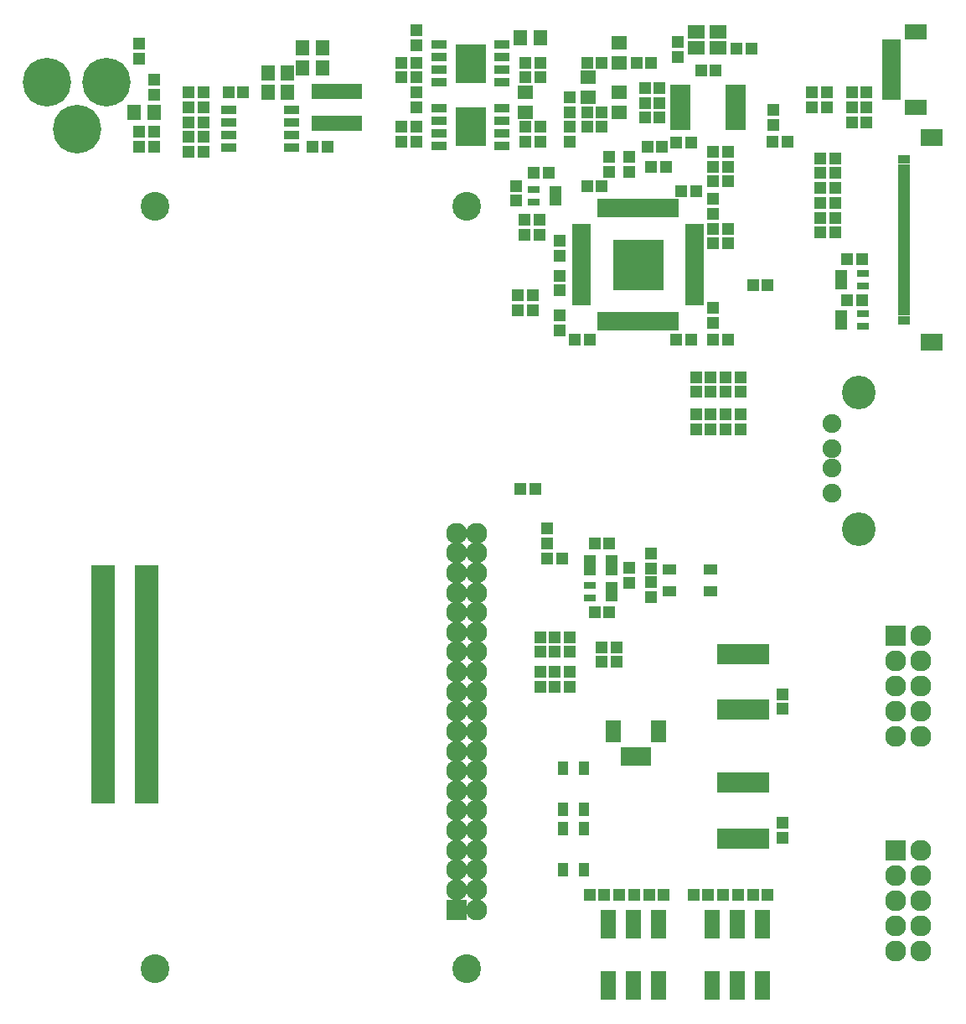
<source format=gbr>
G04 #@! TF.FileFunction,Soldermask,Top*
%FSLAX46Y46*%
G04 Gerber Fmt 4.6, Leading zero omitted, Abs format (unit mm)*
G04 Created by KiCad (PCBNEW 4.0.7) date 05/19/19 12:52:10*
%MOMM*%
%LPD*%
G01*
G04 APERTURE LIST*
%ADD10C,0.100000*%
%ADD11R,2.127200X2.127200*%
%ADD12O,2.127200X2.127200*%
%ADD13R,2.400000X0.900000*%
%ADD14C,2.900000*%
%ADD15R,1.450000X1.050000*%
%ADD16C,1.900000*%
%ADD17C,3.400000*%
%ADD18R,1.400000X1.650000*%
%ADD19R,1.200000X1.150000*%
%ADD20R,1.150000X1.200000*%
%ADD21R,1.650000X1.400000*%
%ADD22C,4.900000*%
%ADD23R,1.050000X1.450000*%
%ADD24R,1.300000X0.650000*%
%ADD25R,1.300000X0.950000*%
%ADD26R,2.300000X1.800000*%
%ADD27R,1.530000X2.840000*%
%ADD28R,1.543000X0.908000*%
%ADD29R,3.013000X3.902000*%
%ADD30R,1.900000X0.700000*%
%ADD31R,0.700000X1.900000*%
%ADD32R,5.200000X5.200000*%
%ADD33R,5.100000X1.650000*%
%ADD34R,1.300000X0.800000*%
%ADD35R,2.000000X0.750000*%
%ADD36R,0.750000X2.000000*%
%ADD37R,1.800000X1.400000*%
%ADD38R,1.950000X1.000000*%
%ADD39R,2.200000X1.600000*%
%ADD40R,1.000000X1.950000*%
%ADD41R,1.600000X2.200000*%
G04 APERTURE END LIST*
D10*
D11*
X99100000Y-140000000D03*
D12*
X101100000Y-140000000D03*
X99100000Y-138000000D03*
X101100000Y-138000000D03*
X99100000Y-136000000D03*
X101100000Y-136000000D03*
X99100000Y-134000000D03*
X101100000Y-134000000D03*
X99100000Y-132000000D03*
X101100000Y-132000000D03*
X99100000Y-130000000D03*
X101100000Y-130000000D03*
X99100000Y-128000000D03*
X101100000Y-128000000D03*
X99100000Y-126000000D03*
X101100000Y-126000000D03*
X99100000Y-124000000D03*
X101100000Y-124000000D03*
X99100000Y-122000000D03*
X101100000Y-122000000D03*
X99100000Y-120000000D03*
X101100000Y-120000000D03*
X99100000Y-118000000D03*
X101100000Y-118000000D03*
X99100000Y-116000000D03*
X101100000Y-116000000D03*
X99100000Y-114000000D03*
X101100000Y-114000000D03*
X99100000Y-112000000D03*
X101100000Y-112000000D03*
X99100000Y-110000000D03*
X101100000Y-110000000D03*
X99100000Y-108000000D03*
X101100000Y-108000000D03*
X99100000Y-106000000D03*
X101100000Y-106000000D03*
X99100000Y-104000000D03*
X101100000Y-104000000D03*
X99100000Y-102000000D03*
X101100000Y-102000000D03*
D13*
X63350000Y-128850000D03*
X67750000Y-128850000D03*
X63350000Y-128050000D03*
X67750000Y-128050000D03*
X63350000Y-127250000D03*
X67750000Y-127250000D03*
X63350000Y-126450000D03*
X67750000Y-126450000D03*
X63350000Y-125650000D03*
X67750000Y-125650000D03*
X63350000Y-124850000D03*
X67750000Y-124850000D03*
X63350000Y-124050000D03*
X67750000Y-124050000D03*
X63350000Y-123250000D03*
X67750000Y-123250000D03*
X63350000Y-122450000D03*
X67750000Y-122450000D03*
X63350000Y-121650000D03*
X67750000Y-121650000D03*
X63350000Y-120850000D03*
X67750000Y-120850000D03*
X63350000Y-120050000D03*
X67750000Y-120050000D03*
X63350000Y-119250000D03*
X67750000Y-119250000D03*
X63350000Y-118450000D03*
X67750000Y-118450000D03*
X63350000Y-117650000D03*
X67750000Y-117650000D03*
X63350000Y-116850000D03*
X67750000Y-116850000D03*
X63350000Y-116050000D03*
X67750000Y-116050000D03*
X63350000Y-115250000D03*
X67750000Y-115250000D03*
X63350000Y-114450000D03*
X67750000Y-114450000D03*
X63350000Y-113650000D03*
X67750000Y-113650000D03*
X63350000Y-112850000D03*
X67750000Y-112850000D03*
X63350000Y-112050000D03*
X67750000Y-112050000D03*
X63350000Y-111250000D03*
X67750000Y-111250000D03*
X63350000Y-110450000D03*
X67750000Y-110450000D03*
X63350000Y-109650000D03*
X67750000Y-109650000D03*
X63350000Y-108850000D03*
X67750000Y-108850000D03*
X63350000Y-108050000D03*
X67750000Y-108050000D03*
X63350000Y-107250000D03*
X67750000Y-107250000D03*
X63350000Y-106450000D03*
X67750000Y-106450000D03*
X63350000Y-105650000D03*
X67750000Y-105650000D03*
D14*
X100100000Y-146000000D03*
X68600000Y-146000000D03*
X68600000Y-69000000D03*
X100100000Y-69000000D03*
D15*
X124750000Y-107850000D03*
X120600000Y-107850000D03*
X124750000Y-105700000D03*
X120600000Y-105700000D03*
D16*
X137000000Y-90890000D03*
X137000000Y-93430000D03*
X137000000Y-95460000D03*
X137000000Y-98000000D03*
D17*
X139670000Y-87840000D03*
X139670000Y-101560000D03*
D18*
X80000000Y-57500000D03*
X82000000Y-57500000D03*
X80000000Y-55500000D03*
X82000000Y-55500000D03*
D19*
X73500000Y-63500000D03*
X72000000Y-63500000D03*
X73500000Y-60500000D03*
X72000000Y-60500000D03*
D20*
X95000000Y-52750000D03*
X95000000Y-51250000D03*
X95000000Y-59000000D03*
X95000000Y-57500000D03*
X118700000Y-106950000D03*
X118700000Y-108450000D03*
D19*
X86000000Y-63000000D03*
X84500000Y-63000000D03*
D20*
X116500000Y-105500000D03*
X116500000Y-107000000D03*
D18*
X85500000Y-55000000D03*
X83500000Y-55000000D03*
X85500000Y-53000000D03*
X83500000Y-53000000D03*
X105500000Y-52000000D03*
X107500000Y-52000000D03*
D21*
X106000000Y-59500000D03*
X106000000Y-57500000D03*
D19*
X114500000Y-103000000D03*
X113000000Y-103000000D03*
D21*
X115500000Y-54500000D03*
X115500000Y-52500000D03*
D19*
X118750000Y-65000000D03*
X120250000Y-65000000D03*
X126500000Y-63500000D03*
X125000000Y-63500000D03*
X113750000Y-67000000D03*
X112250000Y-67000000D03*
X126500000Y-65000000D03*
X125000000Y-65000000D03*
X126500000Y-66500000D03*
X125000000Y-66500000D03*
D20*
X110500000Y-61000000D03*
X110500000Y-62500000D03*
X110500000Y-59500000D03*
X110500000Y-58000000D03*
X109500000Y-81500000D03*
X109500000Y-80000000D03*
D21*
X115500000Y-59500000D03*
X115500000Y-57500000D03*
D20*
X125000000Y-79250000D03*
X125000000Y-80750000D03*
X125000000Y-69750000D03*
X125000000Y-68250000D03*
D19*
X121750000Y-67500000D03*
X123250000Y-67500000D03*
D20*
X109500000Y-72500000D03*
X109500000Y-74000000D03*
X116500000Y-65500000D03*
X116500000Y-64000000D03*
X109500000Y-77500000D03*
X109500000Y-76000000D03*
D19*
X137350000Y-65650000D03*
X135850000Y-65650000D03*
X112500000Y-82500000D03*
X111000000Y-82500000D03*
X137350000Y-64150000D03*
X135850000Y-64150000D03*
X137350000Y-68650000D03*
X135850000Y-68650000D03*
X121250000Y-82500000D03*
X122750000Y-82500000D03*
X137350000Y-67150000D03*
X135850000Y-67150000D03*
X137350000Y-70150000D03*
X135850000Y-70150000D03*
X137350000Y-71650000D03*
X135850000Y-71650000D03*
D20*
X121400000Y-53950000D03*
X121400000Y-52450000D03*
X105100000Y-68450000D03*
X105100000Y-66950000D03*
D19*
X127350000Y-53050000D03*
X128850000Y-53050000D03*
X140050000Y-78450000D03*
X138550000Y-78450000D03*
X140050000Y-74350000D03*
X138550000Y-74350000D03*
D20*
X119600000Y-58550000D03*
X119600000Y-60050000D03*
D19*
X121250000Y-62600000D03*
X122750000Y-62600000D03*
X119850000Y-63000000D03*
X118350000Y-63000000D03*
D21*
X112400000Y-56000000D03*
X112400000Y-58000000D03*
D19*
X131000000Y-62500000D03*
X132500000Y-62500000D03*
D20*
X132000000Y-132750000D03*
X132000000Y-131250000D03*
X132000000Y-119750000D03*
X132000000Y-118250000D03*
D22*
X63700140Y-56500000D03*
X57700660Y-56500000D03*
X60700400Y-61199000D03*
D19*
X113750000Y-113500000D03*
X115250000Y-113500000D03*
D11*
X143460000Y-134000000D03*
D12*
X146000000Y-134000000D03*
X143460000Y-136540000D03*
X146000000Y-136540000D03*
X143460000Y-139080000D03*
X146000000Y-139080000D03*
X143460000Y-141620000D03*
X146000000Y-141620000D03*
X143460000Y-144160000D03*
X146000000Y-144160000D03*
D11*
X143460000Y-112340000D03*
D12*
X146000000Y-112340000D03*
X143460000Y-114880000D03*
X146000000Y-114880000D03*
X143460000Y-117420000D03*
X146000000Y-117420000D03*
X143460000Y-119960000D03*
X146000000Y-119960000D03*
X143460000Y-122500000D03*
X146000000Y-122500000D03*
D19*
X73500000Y-62000000D03*
X72000000Y-62000000D03*
D20*
X72000000Y-57500000D03*
X72000000Y-59000000D03*
X118700000Y-105550000D03*
X118700000Y-104050000D03*
D19*
X95000000Y-56000000D03*
X93500000Y-56000000D03*
X95000000Y-62500000D03*
X93500000Y-62500000D03*
D20*
X73500000Y-57500000D03*
X73500000Y-59000000D03*
D19*
X77500000Y-57500000D03*
X76000000Y-57500000D03*
X135000000Y-57500000D03*
X136500000Y-57500000D03*
X107500000Y-54500000D03*
X106000000Y-54500000D03*
X107500000Y-56000000D03*
X106000000Y-56000000D03*
X107500000Y-61000000D03*
X106000000Y-61000000D03*
X107500000Y-62500000D03*
X106000000Y-62500000D03*
X93500000Y-54500000D03*
X95000000Y-54500000D03*
X93500000Y-61000000D03*
X95000000Y-61000000D03*
X108250000Y-104600000D03*
X109750000Y-104600000D03*
D20*
X108250000Y-103050000D03*
X108250000Y-101550000D03*
X110500000Y-114000000D03*
X110500000Y-112500000D03*
X110500000Y-117500000D03*
X110500000Y-116000000D03*
X109000000Y-114000000D03*
X109000000Y-112500000D03*
X109000000Y-117500000D03*
X109000000Y-116000000D03*
X107500000Y-114000000D03*
X107500000Y-112500000D03*
X107500000Y-117500000D03*
X107500000Y-116000000D03*
D19*
X113750000Y-54500000D03*
X112250000Y-54500000D03*
D20*
X105950000Y-70350000D03*
X105950000Y-71850000D03*
X107450000Y-71850000D03*
X107450000Y-70350000D03*
D19*
X117250000Y-54500000D03*
X118750000Y-54500000D03*
X113750000Y-61000000D03*
X112250000Y-61000000D03*
X113750000Y-59500000D03*
X112250000Y-59500000D03*
X105250000Y-78000000D03*
X106750000Y-78000000D03*
X126500000Y-82500000D03*
X125000000Y-82500000D03*
X105250000Y-79500000D03*
X106750000Y-79500000D03*
D20*
X124750000Y-87750000D03*
X124750000Y-86250000D03*
X124750000Y-91500000D03*
X124750000Y-90000000D03*
X127750000Y-87750000D03*
X127750000Y-86250000D03*
X127750000Y-91500000D03*
X127750000Y-90000000D03*
X126250000Y-87750000D03*
X126250000Y-86250000D03*
X126250000Y-91500000D03*
X126250000Y-90000000D03*
X123250000Y-87750000D03*
X123250000Y-86250000D03*
X123250000Y-91500000D03*
X123250000Y-90000000D03*
D19*
X119600000Y-57050000D03*
X118100000Y-57050000D03*
X106850000Y-65600000D03*
X108350000Y-65600000D03*
X115250000Y-115000000D03*
X113750000Y-115000000D03*
X125250000Y-55250000D03*
X123750000Y-55250000D03*
X105500000Y-97500000D03*
X107000000Y-97500000D03*
D20*
X131100000Y-60800000D03*
X131100000Y-59300000D03*
D19*
X124500000Y-138500000D03*
X123000000Y-138500000D03*
X114000000Y-138500000D03*
X112500000Y-138500000D03*
X127500000Y-138500000D03*
X126000000Y-138500000D03*
X117000000Y-138500000D03*
X115500000Y-138500000D03*
X130500000Y-138500000D03*
X129000000Y-138500000D03*
X120000000Y-138500000D03*
X118500000Y-138500000D03*
D23*
X109800000Y-135950000D03*
X109800000Y-131800000D03*
X111950000Y-135950000D03*
X111950000Y-131800000D03*
X109800000Y-129850000D03*
X109800000Y-125700000D03*
X111950000Y-129850000D03*
X111950000Y-125700000D03*
D20*
X67000000Y-54100000D03*
X67000000Y-52600000D03*
D18*
X68500000Y-59500000D03*
X66500000Y-59500000D03*
D19*
X68500000Y-61500000D03*
X67000000Y-61500000D03*
X68500000Y-63000000D03*
X67000000Y-63000000D03*
D24*
X144280000Y-65150000D03*
X144280000Y-65650000D03*
X144280000Y-66150000D03*
X144280000Y-66650000D03*
X144280000Y-67150000D03*
X144280000Y-67650000D03*
X144280000Y-68150000D03*
X144280000Y-68650000D03*
X144280000Y-69150000D03*
X144280000Y-69650000D03*
X144280000Y-70150000D03*
X144280000Y-70650000D03*
X144280000Y-71150000D03*
X144280000Y-71650000D03*
X144280000Y-72150000D03*
X144280000Y-72650000D03*
X144280000Y-73150000D03*
X144280000Y-73650000D03*
X144280000Y-74150000D03*
X144280000Y-74650000D03*
X144280000Y-75153000D03*
X144280000Y-75650000D03*
X144280000Y-76150000D03*
X144280000Y-76650000D03*
X144280000Y-77150000D03*
X144280000Y-77650000D03*
X144280000Y-78150000D03*
X144280000Y-78650000D03*
X144280000Y-79150000D03*
X144280000Y-79650000D03*
D25*
X144280000Y-64250000D03*
X144280000Y-80550000D03*
D26*
X147100000Y-62050000D03*
X147100000Y-82750000D03*
D27*
X124920000Y-147670000D03*
X124920000Y-141500000D03*
X127460000Y-147670000D03*
X127460000Y-141500000D03*
X130000000Y-147670000D03*
X130000000Y-141500000D03*
X114420000Y-147670000D03*
X114420000Y-141500000D03*
X116960000Y-147670000D03*
X116960000Y-141500000D03*
X119500000Y-147670000D03*
X119500000Y-141500000D03*
D28*
X76000000Y-63040000D03*
X76000000Y-61770000D03*
X76000000Y-60500000D03*
X76000000Y-59230000D03*
X82350000Y-59230000D03*
X82350000Y-60500000D03*
X82350000Y-61770000D03*
X82350000Y-63040000D03*
X103675000Y-52690000D03*
X103675000Y-53960000D03*
X103675000Y-55230000D03*
X103675000Y-56500000D03*
X97325000Y-56500000D03*
X97325000Y-55230000D03*
X97325000Y-53960000D03*
X97325000Y-52690000D03*
D29*
X100500000Y-54595000D03*
D28*
X103675000Y-59095000D03*
X103675000Y-60365000D03*
X103675000Y-61635000D03*
X103675000Y-62905000D03*
X97325000Y-62905000D03*
X97325000Y-61635000D03*
X97325000Y-60365000D03*
X97325000Y-59095000D03*
D29*
X100500000Y-61000000D03*
D30*
X111700000Y-71150000D03*
X111700000Y-71650000D03*
X111700000Y-72150000D03*
X111700000Y-72650000D03*
X111700000Y-73150000D03*
X111700000Y-73650000D03*
X111700000Y-74150000D03*
X111700000Y-74650000D03*
X111700000Y-75150000D03*
X111700000Y-75650000D03*
X111700000Y-76150000D03*
X111700000Y-76650000D03*
X111700000Y-77150000D03*
X111700000Y-77650000D03*
X111700000Y-78150000D03*
X111700000Y-78650000D03*
D31*
X113650000Y-80600000D03*
X114150000Y-80600000D03*
X114650000Y-80600000D03*
X115150000Y-80600000D03*
X115650000Y-80600000D03*
X116150000Y-80600000D03*
X116650000Y-80600000D03*
X117150000Y-80600000D03*
X117650000Y-80600000D03*
X118150000Y-80600000D03*
X118650000Y-80600000D03*
X119150000Y-80600000D03*
X119650000Y-80600000D03*
X120150000Y-80600000D03*
X120650000Y-80600000D03*
X121150000Y-80600000D03*
D30*
X123100000Y-78650000D03*
X123100000Y-78150000D03*
X123100000Y-77650000D03*
X123100000Y-77150000D03*
X123100000Y-76650000D03*
X123100000Y-76150000D03*
X123100000Y-75650000D03*
X123100000Y-75150000D03*
X123100000Y-74650000D03*
X123100000Y-74150000D03*
X123100000Y-73650000D03*
X123100000Y-73150000D03*
X123100000Y-72650000D03*
X123100000Y-72150000D03*
X123100000Y-71650000D03*
X123100000Y-71150000D03*
D31*
X121150000Y-69200000D03*
X120650000Y-69200000D03*
X120150000Y-69200000D03*
X119650000Y-69200000D03*
X119150000Y-69200000D03*
X118650000Y-69200000D03*
X118150000Y-69200000D03*
X117650000Y-69200000D03*
X117150000Y-69200000D03*
X116650000Y-69200000D03*
X116150000Y-69200000D03*
X115650000Y-69200000D03*
X115150000Y-69200000D03*
X114650000Y-69200000D03*
X114150000Y-69200000D03*
X113650000Y-69200000D03*
D32*
X117400000Y-74900000D03*
D20*
X68500000Y-57750000D03*
X68500000Y-56250000D03*
X118100000Y-58550000D03*
X118100000Y-60050000D03*
D33*
X87000000Y-60625000D03*
X87000000Y-57375000D03*
D34*
X114750000Y-108550000D03*
X114750000Y-107900000D03*
X114750000Y-107250000D03*
X112550000Y-108550000D03*
X112550000Y-107250000D03*
X112550000Y-104600000D03*
X112550000Y-105250000D03*
X112550000Y-105900000D03*
X114750000Y-105250000D03*
X114750000Y-105900000D03*
X114750000Y-104600000D03*
X109050000Y-68600000D03*
X109050000Y-67950000D03*
X109050000Y-67300000D03*
X106850000Y-68600000D03*
X106850000Y-67300000D03*
X137900000Y-75750000D03*
X137900000Y-76400000D03*
X137900000Y-77050000D03*
X140100000Y-75750000D03*
X140100000Y-77050000D03*
X137900000Y-79850000D03*
X137900000Y-80500000D03*
X137900000Y-81150000D03*
X140100000Y-79850000D03*
X140100000Y-81150000D03*
D35*
X121700000Y-57050000D03*
X121700000Y-57700000D03*
X121700000Y-58350000D03*
X121700000Y-59000000D03*
X121700000Y-59650000D03*
X121700000Y-60300000D03*
X121700000Y-60950000D03*
X127300000Y-60950000D03*
X127300000Y-60300000D03*
X127300000Y-59650000D03*
X127300000Y-59000000D03*
X127300000Y-58350000D03*
X127300000Y-57700000D03*
X127300000Y-57050000D03*
D36*
X130275000Y-127200000D03*
X129625000Y-127200000D03*
X128975000Y-127200000D03*
X128325000Y-127200000D03*
X127675000Y-127200000D03*
X127025000Y-127200000D03*
X126375000Y-127200000D03*
X125725000Y-127200000D03*
X130275000Y-132800000D03*
X129625000Y-132800000D03*
X128975000Y-132800000D03*
X128325000Y-132800000D03*
X127675000Y-132800000D03*
X127025000Y-132800000D03*
X126375000Y-132800000D03*
X125725000Y-132800000D03*
X130275000Y-114200000D03*
X129625000Y-114200000D03*
X128975000Y-114200000D03*
X128325000Y-114200000D03*
X127675000Y-114200000D03*
X127025000Y-114200000D03*
X126375000Y-114200000D03*
X125725000Y-114200000D03*
X130275000Y-119800000D03*
X129625000Y-119800000D03*
X128975000Y-119800000D03*
X128325000Y-119800000D03*
X127675000Y-119800000D03*
X127025000Y-119800000D03*
X126375000Y-119800000D03*
X125725000Y-119800000D03*
D37*
X123300000Y-53000000D03*
X125500000Y-53000000D03*
X123300000Y-51400000D03*
X125500000Y-51400000D03*
D19*
X135000000Y-59000000D03*
X136500000Y-59000000D03*
D20*
X114500000Y-65500000D03*
X114500000Y-64000000D03*
D19*
X129000000Y-77000000D03*
X130500000Y-77000000D03*
D20*
X125000000Y-72750000D03*
X125000000Y-71250000D03*
X126500000Y-72750000D03*
X126500000Y-71250000D03*
D19*
X113000000Y-110000000D03*
X114500000Y-110000000D03*
D38*
X142975000Y-52700000D03*
X142975000Y-53700000D03*
X142975000Y-54700000D03*
X142975000Y-55700000D03*
X142975000Y-56700000D03*
X142975000Y-57700000D03*
D39*
X145500000Y-51400000D03*
X145500000Y-59000000D03*
D19*
X140500000Y-57500000D03*
X139000000Y-57500000D03*
X140500000Y-59000000D03*
X139000000Y-59000000D03*
X140500000Y-60500000D03*
X139000000Y-60500000D03*
D40*
X116200000Y-124525000D03*
X117200000Y-124525000D03*
X118200000Y-124525000D03*
D41*
X114900000Y-122000000D03*
X119500000Y-122000000D03*
M02*

</source>
